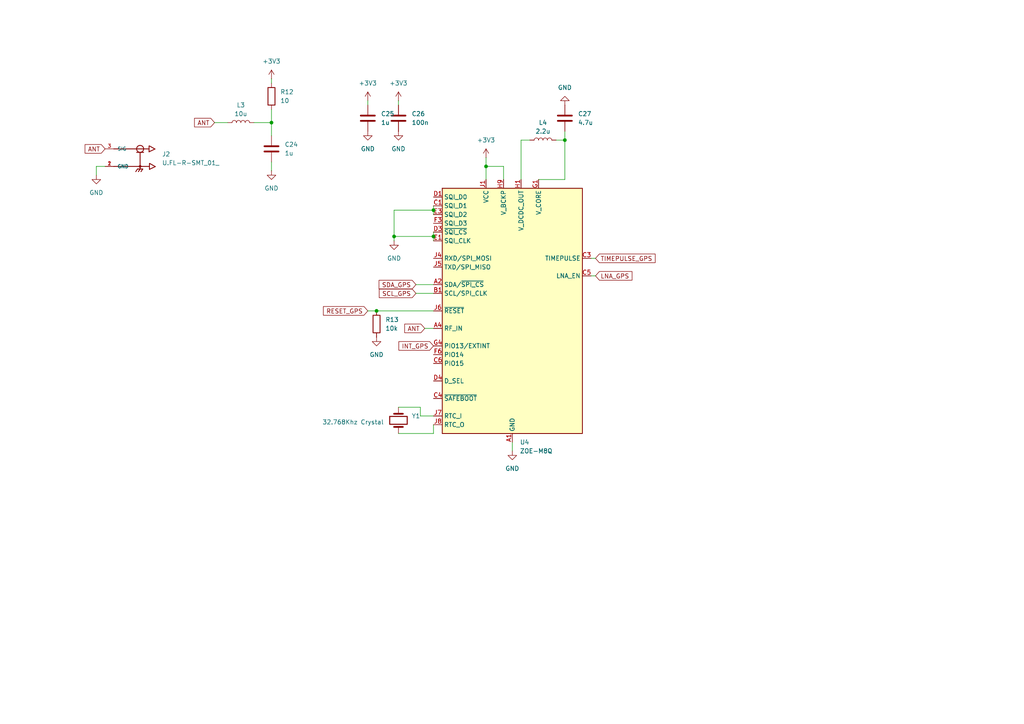
<source format=kicad_sch>
(kicad_sch (version 20231120) (generator "eeschema") (generator_version "8.0")
  (paper "A4")
  (lib_symbols
    (symbol "Device:C" (pin_numbers hide) (pin_names (offset 0.254))
      (property "Reference" "C" (at 0.635 2.54 0))
      (property "Value" "C" (at 0.635 -2.54 0))
      (symbol "C_0_1"
        (polyline (pts (xy -2.032 -0.762) (xy 2.032 -0.762)) (stroke (width 0.508)))
        (polyline (pts (xy -2.032 0.762) (xy 2.032 0.762)) (stroke (width 0.508)))
      )
      (symbol "C_1_1"
        (pin passive line (at 0 3.81 270) (length 2.794) (name "~") (number "1"))
        (pin passive line (at 0 -3.81 90) (length 2.794) (name "~") (number "2"))
      )
    )
    (symbol "Device:Crystal" (pin_numbers hide) (pin_names (offset 1.016) hide)
      (property "Reference" "Y" (at 0 3.81 0))
      (property "Value" "Crystal" (at 0 -3.81 0))
      (symbol "Crystal_0_1"
        (rectangle (start -1.143 2.54) (end 1.143 -2.54) (stroke (width 0.3048)))
        (polyline (pts (xy -2.54 0) (xy -1.905 0)))
        (polyline (pts (xy -1.905 -1.27) (xy -1.905 1.27)) (stroke (width 0.508)))
        (polyline (pts (xy 1.905 -1.27) (xy 1.905 1.27)) (stroke (width 0.508)))
        (polyline (pts (xy 2.54 0) (xy 1.905 0)))
      )
      (symbol "Crystal_1_1"
        (pin passive line (at -3.81 0 0) (length 1.27) (name "1") (number "1"))
        (pin passive line (at 3.81 0 180) (length 1.27) (name "2") (number "2"))
      )
    )
    (symbol "Device:L" (pin_numbers hide) (pin_names (offset 1.016) hide)
      (property "Reference" "L" (at -1.27 0 90))
      (property "Value" "L" (at 1.905 0 90))
      (symbol "L_0_1"
        (arc (start 0 -2.54) (mid 0.6323 -1.905) (end 0 -1.27))
        (arc (start 0 -1.27) (mid 0.6323 -0.635) (end 0 0))
        (arc (start 0 0) (mid 0.6323 0.635) (end 0 1.27))
        (arc (start 0 1.27) (mid 0.6323 1.905) (end 0 2.54))
      )
      (symbol "L_1_1"
        (pin passive line (at 0 3.81 270) (length 1.27) (name "1") (number "1"))
        (pin passive line (at 0 -3.81 90) (length 1.27) (name "2") (number "2"))
      )
    )
    (symbol "Device:R" (pin_numbers hide) (pin_names (offset 0))
      (property "Reference" "R" (at 2.032 0 90))
      (property "Value" "R" (at 0 0 90))
      (symbol "R_0_1"
        (rectangle (start -1.016 -2.54) (end 1.016 2.54) (stroke (width 0.254)))
      )
      (symbol "R_1_1"
        (pin passive line (at 0 3.81 270) (length 1.27) (name "~") (number "1"))
        (pin passive line (at 0 -3.81 90) (length 1.27) (name "~") (number "2"))
      )
    )
    (symbol "RF_GPS:ZOE-M8Q"
      (property "Reference" "U" (at -19.05 39.37 0))
      (property "Value" "ZOE-M8Q" (at -19.05 36.83 0))
      (symbol "ZOE-M8Q_1_1"
        (rectangle (start -20.32 35.56) (end 20.32 -35.56) (stroke (width 0.254)) (fill (type background)))
        (pin power_in line (at 0 -38.1 90) (length 2.54) (name "GND") (number "A1"))
        (pin bidirectional line (at -22.86 7.62 0) (length 2.54) (name "SDA/~{SPI_CS}") (number "A2"))
        (pin passive line (at 0 -38.1 90) (length 2.54) hide (name "GND") (number "A3"))
        (pin input line (at -22.86 -5.08 0) (length 2.54) (name "RF_IN") (number "A4"))
        (pin passive line (at 0 -38.1 90) (length 2.54) hide (name "GND") (number "A5"))
        (pin no_connect line (at 20.32 0 180) (length 2.54) hide (name "Reserved") (number "A6"))
        (pin passive line (at 0 -38.1 90) (length 2.54) hide (name "GND") (number "A7"))
        (pin passive line (at 0 -38.1 90) (length 2.54) hide (name "GND") (number "A8"))
        (pin passive line (at 0 -38.1 90) (length 2.54) hide (name "GND") (number "A9"))
        (pin input line (at -22.86 5.08 0) (length 2.54) (name "SCL/SPI_CLK") (number "B1"))
        (pin passive line (at 0 -38.1 90) (length 2.54) hide (name "GND") (number "B9"))
        (pin input line (at -22.86 30.48 0) (length 2.54) (name "SQI_D1") (number "C1"))
        (pin output line (at 22.86 15.24 180) (length 2.54) (name "TIMEPULSE") (number "C3"))
        (pin input line (at -22.86 -25.4 0) (length 2.54) (name "~{SAFEBOOT}") (number "C4"))
        (pin output line (at 22.86 10.16 180) (length 2.54) (name "LNA_EN") (number "C5"))
        (pin bidirectional line (at -22.86 -15.24 0) (length 2.54) (name "PIO15") (number "C6"))
        (pin passive line (at 0 -38.1 90) (length 2.54) hide (name "GND") (number "C7"))
        (pin passive line (at 0 -38.1 90) (length 2.54) hide (name "GND") (number "C9"))
        (pin bidirectional line (at -22.86 33.02 0) (length 2.54) (name "SQI_D0") (number "D1"))
        (pin bidirectional line (at -22.86 22.86 0) (length 2.54) (name "~{SQI_CS}") (number "D3"))
        (pin input line (at -22.86 -20.32 0) (length 2.54) (name "D_SEL") (number "D4"))
        (pin passive line (at 0 -38.1 90) (length 2.54) hide (name "GND") (number "D6"))
        (pin passive line (at 0 -38.1 90) (length 2.54) hide (name "GND") (number "D9"))
        (pin bidirectional line (at -22.86 20.32 0) (length 2.54) (name "SQI_CLK") (number "E1"))
        (pin bidirectional line (at -22.86 27.94 0) (length 2.54) (name "SQI_D2") (number "E3"))
        (pin passive line (at 0 -38.1 90) (length 2.54) hide (name "GND") (number "E7"))
        (pin no_connect line (at 20.32 -5.08 180) (length 2.54) hide (name "Reserved") (number "E9"))
        (pin no_connect line (at 20.32 -10.16 180) (length 2.54) hide (name "Reserved") (number "F1"))
        (pin bidirectional line (at -22.86 25.4 0) (length 2.54) (name "SQI_D3") (number "F3"))
        (pin no_connect line (at 20.32 -15.24 180) (length 2.54) hide (name "Reserved") (number "F4"))
        (pin bidirectional line (at -22.86 -12.7 0) (length 2.54) (name "PIO14") (number "F6"))
        (pin passive line (at 0 -38.1 90) (length 2.54) hide (name "GND") (number "F7"))
        (pin no_connect line (at 20.32 -20.32 180) (length 2.54) hide (name "Reserved") (number "F9"))
        (pin power_in line (at 7.62 38.1 270) (length 2.54) (name "V_CORE") (number "G1"))
        (pin passive line (at 0 -38.1 90) (length 2.54) hide (name "GND") (number "G3"))
        (pin input line (at -22.86 -10.16 0) (length 2.54) (name "PIO13/EXTINT") (number "G4"))
        (pin no_connect line (at 20.32 -25.4 180) (length 2.54) hide (name "Reserved") (number "G5"))
        (pin passive line (at 0 -38.1 90) (length 2.54) hide (name "GND") (number "G6"))
        (pin passive line (at 0 -38.1 90) (length 2.54) hide (name "GND") (number "G7"))
        (pin no_connect line (at 20.32 -30.48 180) (length 2.54) hide (name "Reserved") (number "G9"))
        (pin power_out line (at 2.54 38.1 270) (length 2.54) (name "V_DCDC_OUT") (number "H1"))
        (pin power_in line (at -2.54 38.1 270) (length 2.54) (name "V_BCKP") (number "H9"))
        (pin power_in line (at -7.62 38.1 270) (length 2.54) (name "VCC") (number "J1"))
        (pin passive line (at -7.62 38.1 270) (length 2.54) hide (name "VCC") (number "J2"))
        (pin passive line (at 0 -38.1 90) (length 2.54) hide (name "GND") (number "J3"))
        (pin input line (at -22.86 15.24 0) (length 2.54) (name "RXD/SPI_MOSI") (number "J4"))
        (pin output line (at -22.86 12.7 0) (length 2.54) (name "TXD/SPI_MISO") (number "J5"))
        (pin input line (at -22.86 0 0) (length 2.54) (name "~{RESET}") (number "J6"))
        (pin input line (at -22.86 -30.48 0) (length 2.54) (name "RTC_I") (number "J7"))
        (pin output line (at -22.86 -33.02 0) (length 2.54) (name "RTC_O") (number "J8"))
        (pin passive line (at 0 -38.1 90) (length 2.54) hide (name "GND") (number "J9"))
      )
    )
    (symbol "U.FL-R-SMT_01_:U.FL-R-SMT_01_" (pin_names (offset 1.016))
      (property "Reference" "J" (at -3.8186 4.0731 0))
      (property "Value" "U.FL-R-SMT_01_" (at -4.3278 -5.6007 0))
      (symbol "U.FL-R-SMT_01__0_0"
        (circle (center 0 -2.54) (radius 0.254) (stroke (width 0.254)))
        (polyline (pts (xy -7.62 -2.54) (xy 0 -2.54)) (stroke (width 0.254)))
        (polyline (pts (xy -7.62 2.54) (xy 2.54 2.54)) (stroke (width 0.254)))
        (polyline (pts (xy -1.016 1.524) (xy 0 1.524)) (stroke (width 0.254)))
        (polyline (pts (xy -0.762 -3.302) (xy -1.27 -4.064)) (stroke (width 0.254)))
        (polyline (pts (xy 0 -3.302) (xy -0.762 -3.302)) (stroke (width 0.254)))
        (polyline (pts (xy 0 -3.302) (xy -0.508 -4.064)) (stroke (width 0.254)))
        (polyline (pts (xy 0 -3.302) (xy 0.762 -3.302)) (stroke (width 0.254)))
        (polyline (pts (xy 0 -2.54) (xy 0 -3.302)) (stroke (width 0.254)))
        (polyline (pts (xy 0 1.524) (xy 0 -2.54)) (stroke (width 0.254)))
        (polyline (pts (xy 0 1.524) (xy 1.016 1.524)) (stroke (width 0.254)))
        (polyline (pts (xy 0.762 -3.302) (xy 0.254 -4.064)) (stroke (width 0.254)))
        (polyline (pts (xy 2.54 -2.54) (xy 0 -2.54)) (stroke (width 0.254)))
        (polyline (pts (xy 2.6 1.7) (xy 4.3 2.5)) (stroke (width 0.254)))
        (polyline (pts (xy 2.6 3.4) (xy 2.6 1.7)) (stroke (width 0.254)))
        (polyline (pts (xy 2.7 -3.4) (xy 4.4 -2.6)) (stroke (width 0.254)))
        (polyline (pts (xy 2.7 -1.7) (xy 2.7 -3.4)) (stroke (width 0.254)))
        (polyline (pts (xy 4.3 2.5) (xy 2.7 3.4)) (stroke (width 0.254)))
        (polyline (pts (xy 4.4 -2.6) (xy 2.8 -1.7)) (stroke (width 0.254)))
        (circle (center 0 2.54) (radius 1.016) (stroke (width 0.254)))
        (pin passive line (at -10.16 -2.54 0) (length 2.54) (name "GND") (number "1"))
        (pin passive line (at -10.16 -2.54 0) (length 2.54) (name "GND") (number "2"))
        (pin passive line (at -10.16 2.54 0) (length 2.54) (name "SIG") (number "3"))
      )
    )
    (symbol "power:+3V3" (power) (pin_numbers hide) (pin_names (offset 0) hide)
      (property "Value" "+3V3" (at 0 3.556 0))
      (symbol "+3V3_0_1"
        (polyline (pts (xy -0.762 1.27) (xy 0 2.54)))
        (polyline (pts (xy 0 0) (xy 0 2.54)))
        (polyline (pts (xy 0 2.54) (xy 0.762 1.27)))
      )
      (symbol "+3V3_1_1"
        (pin power_in line (at 0 0 90) (length 0) (name "~") (number "1"))
      )
    )
    (symbol "power:GND" (power) (pin_numbers hide) (pin_names (offset 0) hide)
      (property "Value" "GND" (at 0 -3.81 0))
      (symbol "GND_0_1"
        (polyline (pts (xy 0 0) (xy 0 -1.27) (xy 1.27 -1.27) (xy 0 -2.54) (xy -1.27 -1.27) (xy 0 -1.27)))
      )
      (symbol "GND_1_1"
        (pin power_in line (at 0 0 270) (length 0) (name "~") (number "1"))
      )
    )
  )
  (junction (at 125.73 68.58))
  (junction (at 78.74 35.56))
  (junction (at 125.73 60.96))
  (junction (at 163.83 40.64))
  (junction (at 109.22 90.17))
  (junction (at 140.97 48.26))
  (junction (at 114.3 68.58))
  (wire (pts (xy 125.73 59.69) (xy 125.73 60.96)))
  (wire (pts (xy 123.19 95.25) (xy 125.73 95.25)))
  (wire (pts (xy 121.92 120.65) (xy 121.92 118.11)))
  (wire (pts (xy 62.23 35.56) (xy 66.04 35.56)))
  (wire (pts (xy 161.29 40.64) (xy 163.83 40.64)))
  (wire (pts (xy 140.97 45.72) (xy 140.97 48.26)))
  (wire (pts (xy 114.3 60.96) (xy 125.73 60.96)))
  (wire (pts (xy 78.74 39.37) (xy 78.74 35.56)))
  (wire (pts (xy 163.83 40.64) (xy 163.83 38.1)))
  (wire (pts (xy 140.97 48.26) (xy 140.97 52.07)))
  (wire (pts (xy 114.3 68.58) (xy 125.73 68.58)))
  (wire (pts (xy 151.13 40.64) (xy 153.67 40.64)))
  (wire (pts (xy 125.73 67.31) (xy 125.73 68.58)))
  (wire (pts (xy 151.13 52.07) (xy 151.13 40.64)))
  (wire (pts (xy 78.74 31.75) (xy 78.74 35.56)))
  (wire (pts (xy 171.45 74.93) (xy 172.72 74.93)))
  (wire (pts (xy 78.74 35.56) (xy 73.66 35.56)))
  (wire (pts (xy 125.73 120.65) (xy 121.92 120.65)))
  (wire (pts (xy 163.83 52.07) (xy 163.83 40.64)))
  (wire (pts (xy 120.65 85.09) (xy 125.73 85.09)))
  (wire (pts (xy 120.65 82.55) (xy 125.73 82.55)))
  (wire (pts (xy 114.3 69.85) (xy 114.3 68.58)))
  (wire (pts (xy 156.21 52.07) (xy 163.83 52.07)))
  (wire (pts (xy 115.57 125.73) (xy 125.73 125.73)))
  (wire (pts (xy 172.72 80.01) (xy 171.45 80.01)))
  (wire (pts (xy 125.73 125.73) (xy 125.73 123.19)))
  (wire (pts (xy 106.68 90.17) (xy 109.22 90.17)))
  (wire (pts (xy 146.05 52.07) (xy 146.05 48.26)))
  (wire (pts (xy 27.94 48.26) (xy 27.94 50.8)))
  (wire (pts (xy 125.73 60.96) (xy 125.73 62.23)))
  (wire (pts (xy 78.74 46.99) (xy 78.74 49.53)))
  (wire (pts (xy 121.92 118.11) (xy 115.57 118.11)))
  (wire (pts (xy 148.59 128.27) (xy 148.59 130.81)))
  (wire (pts (xy 146.05 48.26) (xy 140.97 48.26)))
  (wire (pts (xy 115.57 29.21) (xy 115.57 30.48)))
  (wire (pts (xy 106.68 29.21) (xy 106.68 30.48)))
  (wire (pts (xy 114.3 68.58) (xy 114.3 60.96)))
  (wire (pts (xy 109.22 90.17) (xy 125.73 90.17)))
  (wire (pts (xy 125.73 68.58) (xy 125.73 69.85)))
  (wire (pts (xy 78.74 22.86) (xy 78.74 24.13)))
  (wire (pts (xy 30.48 48.26) (xy 27.94 48.26)))
  (global_label "ANT" (shape input) (at 62.23 35.56 180) (property "Intersheetrefs" "${INTERSHEET_REFS}" (effects (hide yes))))
  (global_label "ANT" (shape input) (at 123.19 95.25 180) (property "Intersheetrefs" "${INTERSHEET_REFS}" (effects (hide yes))))
  (global_label "SDA_GPS" (shape input) (at 120.65 82.55 180) (property "Intersheetrefs" "${INTERSHEET_REFS}" (effects (hide yes))))
  (global_label "ANT" (shape input) (at 30.48 43.18 180) (property "Intersheetrefs" "${INTERSHEET_REFS}" (effects (hide yes))))
  (global_label "SCL_GPS" (shape input) (at 120.65 85.09 180) (property "Intersheetrefs" "${INTERSHEET_REFS}" (effects (hide yes))))
  (global_label "LNA_GPS" (shape input) (at 172.72 80.01 0) (property "Intersheetrefs" "${INTERSHEET_REFS}" (effects (hide yes))))
  (global_label "TIMEPULSE_GPS" (shape input) (at 172.72 74.93 0) (property "Intersheetrefs" "${INTERSHEET_REFS}" (effects (hide yes))))
  (global_label "RESET_GPS" (shape input) (at 106.68 90.17 180) (property "Intersheetrefs" "${INTERSHEET_REFS}" (effects (hide yes))))
  (global_label "INT_GPS" (shape input) (at 125.73 100.33 180) (property "Intersheetrefs" "${INTERSHEET_REFS}" (effects (hide yes))))
  (symbol (lib_id "power:+3V3") (at 78.74 22.86 0) (unit 1)
    (property "Reference" "#PWR063" (effects (hide yes)))
    (property "Value" "+3V3" (at 78.74 17.78 0))
    (property "Description" "Power symbol creates a global label with name \"+3V3\"" (effects (hide yes)))
  )
  (symbol (lib_id "power:+3V3") (at 106.68 29.21 0) (unit 1)
    (property "Reference" "#PWR065" (effects (hide yes)))
    (property "Value" "+3V3" (at 106.68 24.13 0))
    (property "Description" "Power symbol creates a global label with name \"+3V3\"" (effects (hide yes)))
  )
  (symbol (lib_id "power:+3V3") (at 140.97 45.72 0) (unit 1)
    (property "Reference" "#PWR071" (effects (hide yes)))
    (property "Value" "+3V3" (at 140.97 40.64 0))
    (property "Description" "Power symbol creates a global label with name \"+3V3\"" (effects (hide yes)))
  )
  (symbol (lib_id "Device:C") (at 163.83 34.29 0) (unit 1)
    (property "Reference" "C27" (at 167.64 33.0199 0) (effects (justify left)))
    (property "Value" "4.7u" (at 167.64 35.5599 0) (effects (justify left)))
    (property "Footprint" "Capacitor_SMD:C_0805_2012Metric" (effects (hide yes)))
    (property "Description" "Unpolarized capacitor" (effects (hide yes)))
  )
  (symbol (lib_id "Device:L") (at 157.48 40.64 90) (unit 1)
    (property "Reference" "L4" (at 157.48 35.56 90))
    (property "Value" "2.2u" (at 157.48 38.1 90))
    (property "Footprint" "Inductor_SMD:L_0805_2012Metric_Pad1.05x1.20mm_HandSolder" (effects (hide yes)))
    (property "Description" "Inductor" (effects (hide yes)))
    (property "LCSC Part" "C6364721" (effects (hide yes)))
    (property "Mfr Part" "AHW2012F-1R0KTF" (effects (hide yes)))
  )
  (symbol (lib_id "power:GND") (at 106.68 38.1 0) (unit 1)
    (property "Reference" "#PWR066" (effects (hide yes)))
    (property "Value" "GND" (at 106.68 43.18 0))
    (property "Description" "Power symbol creates a global label with name \"GND\" , ground" (effects (hide yes)))
  )
  (symbol (lib_id "Device:Crystal") (at 115.57 121.92 90) (unit 1)
    (property "Reference" "Y1" (at 119.38 120.6499 90) (effects (justify right)))
    (property "Value" "32.768Khz Crystal" (at 93.472 122.428 90) (effects (justify right)))
    (property "Footprint" "Crystal:Crystal_SMD_Abracon_ABM3-2Pin_5.0x3.2mm" (effects (hide yes)))
    (property "Description" "Two pin crystal" (effects (hide yes)))
  )
  (symbol (lib_id "power:GND") (at 114.3 69.85 0) (unit 1)
    (property "Reference" "#PWR068" (effects (hide yes)))
    (property "Value" "GND" (at 114.3 74.93 0))
    (property "Description" "Power symbol creates a global label with name \"GND\" , ground" (effects (hide yes)))
  )
  (symbol (lib_id "power:GND") (at 148.59 130.81 0) (unit 1)
    (property "Reference" "#PWR072" (effects (hide yes)))
    (property "Value" "GND" (at 148.59 135.89 0))
    (property "Description" "Power symbol creates a global label with name \"GND\" , ground" (effects (hide yes)))
  )
  (symbol (lib_id "power:GND") (at 27.94 50.8 0) (unit 1)
    (property "Reference" "#PWR062" (effects (hide yes)))
    (property "Value" "GND" (at 27.94 55.88 0))
    (property "Description" "Power symbol creates a global label with name \"GND\" , ground" (effects (hide yes)))
  )
  (symbol (lib_id "U.FL-R-SMT_01_:U.FL-R-SMT_01_") (at 40.64 45.72 0) (unit 1)
    (property "Reference" "J2" (at 46.99 44.7039 0) (effects (justify left)))
    (property "Value" "U.FL-R-SMT_01_" (at 46.99 47.2439 0) (effects (justify left)))
    (property "Footprint" "U.FL-R-SMT_01_:HRS_U.FL-R-SMT_01_" (effects (hide yes)))
    (property "MF" "Hirose Electric Co Ltd" (effects (hide yes)))
    (property "DESCRIPTION" "U.FL Series 6 Ghz 50 Ohm Ultra-small SMT Coaxial Cable Receptacle" (effects (hide yes)))
    (property "PACKAGE" "None" (effects (hide yes)))
    (property "PRICE" "0.84 USD" (effects (hide yes)))
    (property "Package" "None" (effects (hide yes)))
    (property "Check_prices" "https://www.snapeda.com/parts/U.FL-R-SMT(01)/Hirose+Electric+Co+Ltd/view-part/?ref=eda" (effects (hide yes)))
    (property "Price" "None" (effects (hide yes)))
    (property "SnapEDA_Link" "https://www.snapeda.com/parts/U.FL-R-SMT(01)/Hirose+Electric+Co+Ltd/view-part/?ref=snap" (effects (hide yes)))
    (property "MP" "U.FL-R-SMT(01)" (effects (hide yes)))
    (property "Availability" "In Stock" (effects (hide yes)))
    (property "AVAILABILITY" "Good" (effects (hide yes)))
    (property "Description_1" "\n                        \n                            U.FL (UMCC) Connector Receptacle, Male Pin 50 Ohms Surface Mount Solder\n                        \n" (effects (hide yes)))
  )
  (symbol (lib_id "Device:R") (at 78.74 27.94 0) (unit 1)
    (property "Reference" "R12" (at 81.28 26.6699 0) (effects (justify left)))
    (property "Value" "10" (at 81.28 29.2099 0) (effects (justify left)))
    (property "Description" "Resistor" (effects (hide yes)))
  )
  (symbol (lib_id "power:GND") (at 78.74 49.53 0) (unit 1)
    (property "Reference" "#PWR064" (effects (hide yes)))
    (property "Value" "GND" (at 78.74 54.61 0))
    (property "Description" "Power symbol creates a global label with name \"GND\" , ground" (effects (hide yes)))
  )
  (symbol (lib_id "Device:R") (at 109.22 93.98 0) (unit 1)
    (property "Reference" "R13" (at 111.76 92.7099 0) (effects (justify left)))
    (property "Value" "10k" (at 111.76 95.2499 0) (effects (justify left)))
    (property "Description" "Resistor" (effects (hide yes)))
  )
  (symbol (lib_id "power:+3V3") (at 115.57 29.21 0) (unit 1)
    (property "Reference" "#PWR069" (effects (hide yes)))
    (property "Value" "+3V3" (at 115.57 24.13 0))
    (property "Description" "Power symbol creates a global label with name \"+3V3\"" (effects (hide yes)))
  )
  (symbol (lib_id "power:GND") (at 163.83 30.48 180) (unit 1)
    (property "Reference" "#PWR073" (effects (hide yes)))
    (property "Value" "GND" (at 163.83 25.4 0))
    (property "Description" "Power symbol creates a global label with name \"GND\" , ground" (effects (hide yes)))
  )
  (symbol (lib_id "Device:L") (at 69.85 35.56 90) (unit 1)
    (property "Reference" "L3" (at 69.85 30.48 90))
    (property "Value" "10u" (at 69.85 33.02 90))
    (property "Footprint" "Inductor_SMD:L_0805_2012Metric_Pad1.05x1.20mm_HandSolder" (effects (hide yes)))
    (property "Description" "Inductor" (effects (hide yes)))
    (property "LCSC Part" "C6364721" (effects (hide yes)))
    (property "Mfr Part" "AHW2012F-1R0KTF" (effects (hide yes)))
  )
  (symbol (lib_id "RF_GPS:ZOE-M8Q") (at 148.59 90.17 0) (unit 1)
    (property "Reference" "U4" (at 150.7841 128.27 0) (effects (justify left)))
    (property "Value" "ZOE-M8Q" (at 150.7841 130.81 0) (effects (justify left)))
    (property "Footprint" "RF_GPS:ublox_ZOE_M8" (effects (hide yes)))
    (property "Datasheet" "https://content.u-blox.com/sites/default/files/ZOE-M8_HIM_UBX-16030136.pdf" (effects (hide yes)))
    (property "Description" "ultra small GNSS  module IC, SiP" (effects (hide yes)))
  )
  (symbol (lib_id "power:GND") (at 115.57 38.1 0) (unit 1)
    (property "Reference" "#PWR070" (effects (hide yes)))
    (property "Value" "GND" (at 115.57 43.18 0))
    (property "Description" "Power symbol creates a global label with name \"GND\" , ground" (effects (hide yes)))
  )
  (symbol (lib_id "power:GND") (at 109.22 97.79 0) (unit 1)
    (property "Reference" "#PWR067" (effects (hide yes)))
    (property "Value" "GND" (at 109.22 102.87 0))
    (property "Description" "Power symbol creates a global label with name \"GND\" , ground" (effects (hide yes)))
  )
  (symbol (lib_id "Device:C") (at 78.74 43.18 0) (unit 1)
    (property "Reference" "C24" (at 82.55 41.9099 0) (effects (justify left)))
    (property "Value" "1u" (at 82.55 44.4499 0) (effects (justify left)))
    (property "Footprint" "Capacitor_SMD:C_0805_2012Metric" (effects (hide yes)))
    (property "Description" "Unpolarized capacitor" (effects (hide yes)))
  )
  (symbol (lib_id "Device:C") (at 106.68 34.29 0) (unit 1)
    (property "Reference" "C25" (at 110.49 33.0199 0) (effects (justify left)))
    (property "Value" "1u" (at 110.49 35.5599 0) (effects (justify left)))
    (property "Footprint" "Capacitor_SMD:C_0805_2012Metric" (effects (hide yes)))
    (property "Description" "Unpolarized capacitor" (effects (hide yes)))
  )
  (symbol (lib_id "Device:C") (at 115.57 34.29 0) (unit 1)
    (property "Reference" "C26" (at 119.38 33.0199 0) (effects (justify left)))
    (property "Value" "100n" (at 119.38 35.5599 0) (effects (justify left)))
    (property "Footprint" "Capacitor_SMD:C_0805_2012Metric" (effects (hide yes)))
    (property "Description" "Unpolarized capacitor" (effects (hide yes)))
  )
)
</source>
